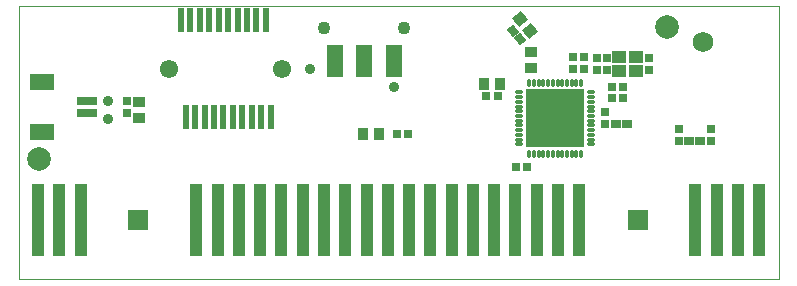
<source format=gts>
G04*
G04 #@! TF.GenerationSoftware,Altium Limited,Altium Designer,19.0.15 (446)*
G04*
G04 Layer_Color=8388736*
%FSLAX24Y24*%
%MOIN*%
G70*
G01*
G75*
%ADD16C,0.0005*%
%ADD35C,0.0356*%
%ADD36R,0.0277X0.0316*%
%ADD37R,0.0434X0.2442*%
%ADD38R,0.0380X0.0400*%
%ADD39R,0.0336X0.0277*%
%ADD40R,0.0316X0.0297*%
%ADD41O,0.0295X0.0118*%
%ADD42O,0.0118X0.0295*%
%ADD43R,0.1930X0.1930*%
%ADD44R,0.0217X0.0807*%
%ADD45R,0.0690X0.0316*%
%ADD46R,0.0789X0.0552*%
%ADD47R,0.0552X0.1064*%
%ADD48R,0.0395X0.0375*%
%ADD49C,0.0787*%
G04:AMPARAMS|DCode=50|XSize=39.5mil|YSize=37.5mil|CornerRadius=0mil|HoleSize=0mil|Usage=FLASHONLY|Rotation=40.000|XOffset=0mil|YOffset=0mil|HoleType=Round|Shape=Rectangle|*
%AMROTATEDRECTD50*
4,1,4,-0.0031,-0.0271,-0.0272,0.0017,0.0031,0.0271,0.0272,-0.0017,-0.0031,-0.0271,0.0*
%
%ADD50ROTATEDRECTD50*%

G04:AMPARAMS|DCode=51|XSize=27.7mil|YSize=33.6mil|CornerRadius=0mil|HoleSize=0mil|Usage=FLASHONLY|Rotation=40.000|XOffset=0mil|YOffset=0mil|HoleType=Round|Shape=Rectangle|*
%AMROTATEDRECTD51*
4,1,4,0.0002,-0.0218,-0.0214,0.0040,-0.0002,0.0218,0.0214,-0.0040,0.0002,-0.0218,0.0*
%
%ADD51ROTATEDRECTD51*%

%ADD52R,0.0316X0.0277*%
%ADD53R,0.0454X0.0415*%
%ADD54R,0.0375X0.0395*%
%ADD55C,0.0610*%
%ADD56C,0.0434*%
%ADD57R,0.0680X0.0680*%
%ADD58C,0.0680*%
D16*
X25315Y0D02*
Y9094D01*
X0Y0D02*
Y9094D01*
X25315D01*
X0Y0D02*
X25315D01*
D35*
X2959Y5936D02*
D03*
Y5326D02*
D03*
X12488Y6412D02*
D03*
X9688Y7012D02*
D03*
D36*
X23079Y5006D02*
D03*
Y4612D02*
D03*
X21981Y4609D02*
D03*
Y5002D02*
D03*
X3609Y5543D02*
D03*
Y5936D02*
D03*
X18449Y7406D02*
D03*
Y7012D02*
D03*
X18829Y7406D02*
D03*
Y7012D02*
D03*
X20989Y7366D02*
D03*
Y6973D02*
D03*
X19249Y6973D02*
D03*
Y7366D02*
D03*
X19589Y6973D02*
D03*
Y7366D02*
D03*
X19519Y5556D02*
D03*
Y5163D02*
D03*
D37*
X636Y1969D02*
D03*
X1345D02*
D03*
X2053D02*
D03*
X5912D02*
D03*
X6620D02*
D03*
X7329D02*
D03*
X8038D02*
D03*
X8746D02*
D03*
X9455D02*
D03*
X10164D02*
D03*
X10872D02*
D03*
X11581D02*
D03*
X12290D02*
D03*
X12998D02*
D03*
X13707D02*
D03*
X14416D02*
D03*
X15124D02*
D03*
X15833D02*
D03*
X16542D02*
D03*
X17250D02*
D03*
X17959D02*
D03*
X18668D02*
D03*
X22547D02*
D03*
X23256D02*
D03*
X23964D02*
D03*
X24673D02*
D03*
D38*
X11455Y4820D02*
D03*
X12005D02*
D03*
D39*
X22709Y4612D02*
D03*
X22335D02*
D03*
X20266Y5160D02*
D03*
X19892D02*
D03*
D40*
X12583Y4820D02*
D03*
X12977D02*
D03*
D41*
X16678Y6226D02*
D03*
Y6068D02*
D03*
Y5911D02*
D03*
Y5753D02*
D03*
Y5596D02*
D03*
Y5438D02*
D03*
Y5281D02*
D03*
Y5123D02*
D03*
Y4966D02*
D03*
Y4808D02*
D03*
Y4651D02*
D03*
Y4493D02*
D03*
X19060D02*
D03*
Y4651D02*
D03*
Y4808D02*
D03*
Y4966D02*
D03*
Y5123D02*
D03*
Y5281D02*
D03*
Y5438D02*
D03*
Y5596D02*
D03*
Y5753D02*
D03*
Y5911D02*
D03*
Y6068D02*
D03*
Y6226D02*
D03*
D42*
X17003Y4169D02*
D03*
X17160D02*
D03*
X17318D02*
D03*
X17475D02*
D03*
X17633D02*
D03*
X17790D02*
D03*
X17948D02*
D03*
X18105D02*
D03*
X18263D02*
D03*
X18420D02*
D03*
X18578D02*
D03*
X18735D02*
D03*
Y6551D02*
D03*
X18578D02*
D03*
X18420D02*
D03*
X18263D02*
D03*
X18105D02*
D03*
X17948D02*
D03*
X17790D02*
D03*
X17633D02*
D03*
X17475D02*
D03*
X17318D02*
D03*
X17160D02*
D03*
X17003D02*
D03*
D43*
X17869Y5360D02*
D03*
D44*
X5551Y5402D02*
D03*
X5866D02*
D03*
X5393Y8630D02*
D03*
X5708D02*
D03*
X6023D02*
D03*
X6181Y5402D02*
D03*
X6338Y8630D02*
D03*
X6496Y5402D02*
D03*
X7126D02*
D03*
X6968Y8630D02*
D03*
X7441Y5402D02*
D03*
X7283Y8630D02*
D03*
X7756Y5402D02*
D03*
X7598Y8630D02*
D03*
X8071Y5402D02*
D03*
X7913Y8630D02*
D03*
X8386Y5402D02*
D03*
X8228Y8630D02*
D03*
X6811Y5402D02*
D03*
X6653Y8630D02*
D03*
D45*
X2279Y5936D02*
D03*
Y5543D02*
D03*
D46*
X753Y6566D02*
D03*
Y4913D02*
D03*
D47*
X11501Y7277D02*
D03*
X12486D02*
D03*
X10517D02*
D03*
D48*
X3993Y5897D02*
D03*
Y5365D02*
D03*
X17049Y7577D02*
D03*
Y7046D02*
D03*
D49*
X670Y4010D02*
D03*
X21610Y8400D02*
D03*
D50*
X17030Y8268D02*
D03*
X16688Y8675D02*
D03*
D51*
X16709Y7988D02*
D03*
X16469Y8275D02*
D03*
D52*
X15966Y6100D02*
D03*
X15572D02*
D03*
X16946Y3750D02*
D03*
X16552D02*
D03*
X19752Y6390D02*
D03*
X20146D02*
D03*
X20146Y6040D02*
D03*
X19752D02*
D03*
D53*
X20003Y6943D02*
D03*
Y7396D02*
D03*
X20574D02*
D03*
Y6943D02*
D03*
D54*
X15503Y6510D02*
D03*
X16035D02*
D03*
D55*
X8779Y7016D02*
D03*
X5000D02*
D03*
D56*
X10163Y8360D02*
D03*
X12840D02*
D03*
D57*
X3964Y1970D02*
D03*
X20619D02*
D03*
D58*
X22782Y7913D02*
D03*
M02*

</source>
